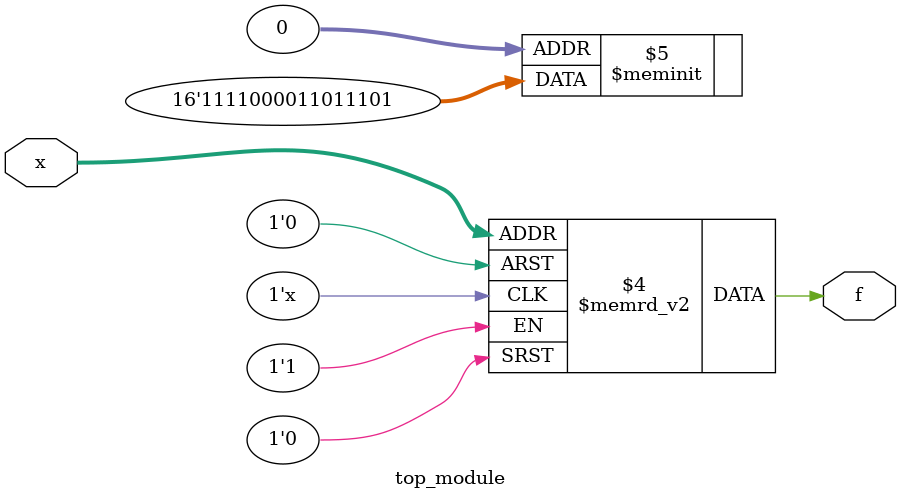
<source format=sv>
module top_module (
	input [4:1] x,
	output logic f
);
    always_comb begin
        case (x)
            4'b0000, 4'b0010, 4'b0011, 4'b0100, 
            4'b0110, 4'b0111, 4'b1100, 4'b1101,
            4'b1110, 4'b1111: f = 1;
            
            4'b0001, 4'b0101, 4'b1001, 4'b1010: f = 0;
            
            default: f = 0; // Don't-care conditions can be set to 0
        endcase
    end
endmodule

</source>
